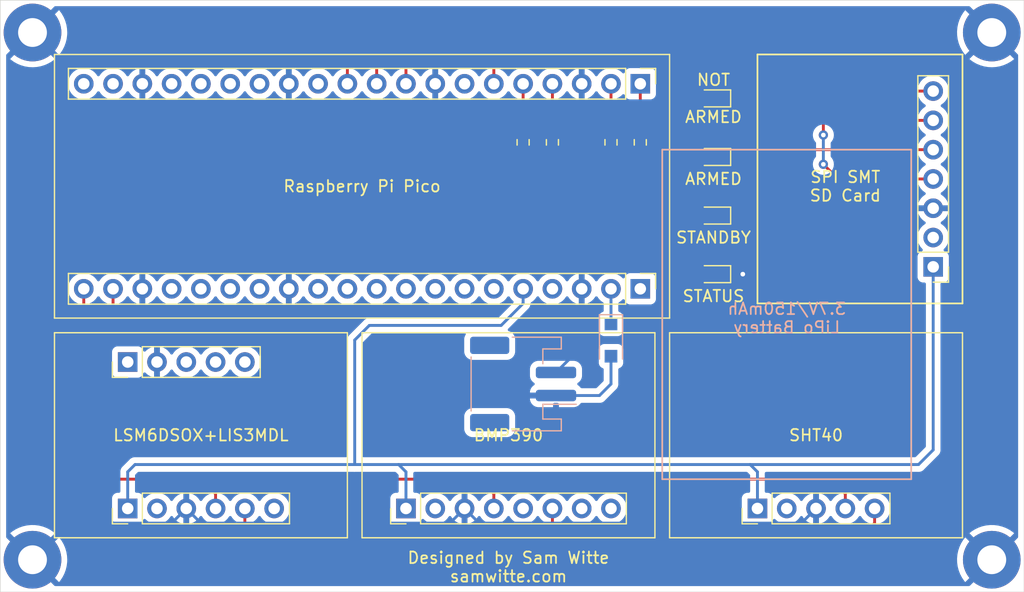
<source format=kicad_pcb>
(kicad_pcb (version 20211014) (generator pcbnew)
  (layers (0 "F.Cu" signal) (31 "B.Cu" signal) (34 "B.Paste" user) (35 "F.Paste" user) (36 "B.SilkS" user "B.Silkscreen") (37 "F.SilkS" user "F.Silkscreen") (38 "B.Mask" user) (39 "F.Mask" user) (44 "Edge.Cuts" user))
  (net 0 "")
  (net 1 "GND")
  (net 2 "SCL")
  (net 3 "SDA")
  (net 4 "GP0")
  (net 5 "GP1")
  (net 6 "GP2")
  (net 7 "GP3")
  (net 16 "VBUS(5V)")
  (net 17 "VSYS(1V8-5V5)")
  (net 18 "GP9")
  (net 19 "3V3")
  (net 20 "GP10")
  (net 21 "GP11")
  (net 22 "GP12")
  (net 23 "GP13")
  (net 24 "GP14")
  (net 25 "GP15")
  (net 26 "Net-(D1-Pad2)")
  (net 27 "Net-(D2-Pad2)")
  (net 28 "Net-(D3-Pad2)")
  (net 29 "Net-(D4-Pad2)")
  (net 34 "SPI_MISO")
  (net 35 "SPI_SCK")
  (net 36 "SPI_MOSI")
  (net 37 "SPI_CS")
  (net 39 "Net-(D5-Pad2)")
  (footprint "Connector_PinHeader_2.54mm:PinHeader_1x05_P2.54mm_Vertical" (layer "F.Cu") (at 153.67 92.71 90)
    (fp_text reference "J1" hide)
    (fp_text value "Conn_01x05" hide)
    (fp_line (start -1.33 -1.33) (end 0 -1.33) (layer "F.SilkS") (width 0.12))
    (fp_line (start -1.33 1.27) (end -1.33 11.49) (layer "F.SilkS") (width 0.12))
    (fp_line (start -1.33 1.27) (end 1.33 1.27) (layer "F.SilkS") (width 0.12))
    (fp_line (start 1.33 1.27) (end 1.33 11.49) (layer "F.SilkS") (width 0.12))
    (fp_line (start -1.33 0) (end -1.33 -1.33) (layer "F.SilkS") (width 0.12))
    (fp_line (start -1.33 11.49) (end 1.33 11.49) (layer "F.SilkS") (width 0.12))
    (pad "1" thru_hole rect locked (at 0 0 90) (size 1.7 1.7) (drill 1) (layers *.Cu *.Mask) (net 19 "3V3"))
    (pad "2" thru_hole oval locked (at 0 2.54 90) (size 1.7 1.7) (drill 1) (layers *.Cu *.Mask))
    (pad "3" thru_hole oval locked (at 0 5.08 90) (size 1.7 1.7) (drill 1) (layers *.Cu *.Mask) (net 1 "GND"))
    (pad "4" thru_hole oval locked (at 0 7.62 90) (size 1.7 1.7) (drill 1) (layers *.Cu *.Mask) (net 2 "SCL"))
    (pad "5" thru_hole oval locked (at 0 10.16 90) (size 1.7 1.7) (drill 1) (layers *.Cu *.Mask) (net 3 "SDA"))
  )
  (footprint "Connector_PinHeader_2.54mm:PinHeader_1x06_P2.54mm_Vertical" (layer "F.Cu") (at 99.06 92.71 90)
    (fp_text reference "J2" hide)
    (fp_text value "Conn_01x06" hide)
    (fp_line (start -1.33 1.27) (end -1.33 14.03) (layer "F.SilkS") (width 0.12))
    (fp_line (start 1.33 1.27) (end 1.33 14.03) (layer "F.SilkS") (width 0.12))
    (fp_line (start -1.33 1.27) (end 1.33 1.27) (layer "F.SilkS") (width 0.12))
    (fp_line (start -1.33 -1.33) (end 0 -1.33) (layer "F.SilkS") (width 0.12))
    (fp_line (start -1.33 14.03) (end 1.33 14.03) (layer "F.SilkS") (width 0.12))
    (fp_line (start -1.33 0) (end -1.33 -1.33) (layer "F.SilkS") (width 0.12))
    (pad "1" thru_hole rect locked (at 0 0 90) (size 1.7 1.7) (drill 1) (layers *.Cu *.Mask) (net 19 "3V3"))
    (pad "2" thru_hole oval locked (at 0 2.54 90) (size 1.7 1.7) (drill 1) (layers *.Cu *.Mask))
    (pad "3" thru_hole oval locked (at 0 5.08 90) (size 1.7 1.7) (drill 1) (layers *.Cu *.Mask) (net 1 "GND"))
    (pad "4" thru_hole oval locked (at 0 7.62 90) (size 1.7 1.7) (drill 1) (layers *.Cu *.Mask) (net 2 "SCL"))
    (pad "5" thru_hole oval locked (at 0 10.16 90) (size 1.7 1.7) (drill 1) (layers *.Cu *.Mask) (net 3 "SDA"))
    (pad "6" thru_hole oval locked (at 0 12.7 90) (size 1.7 1.7) (drill 1) (layers *.Cu *.Mask))
  )
  (footprint "Connector_PinHeader_2.54mm:PinHeader_1x08_P2.54mm_Vertical" (layer "F.Cu") (at 123.19 92.71 90)
    (fp_text reference "J3" hide)
    (fp_text value "Conn_01x08" hide)
    (fp_line (start -1.33 1.27) (end -1.33 19.11) (layer "F.SilkS") (width 0.12))
    (fp_line (start -1.33 0) (end -1.33 -1.33) (layer "F.SilkS") (width 0.12))
    (fp_line (start -1.33 -1.33) (end 0 -1.33) (layer "F.SilkS") (width 0.12))
    (fp_line (start 1.33 1.27) (end 1.33 19.11) (layer "F.SilkS") (width 0.12))
    (fp_line (start -1.33 1.27) (end 1.33 1.27) (layer "F.SilkS") (width 0.12))
    (fp_line (start -1.33 19.11) (end 1.33 19.11) (layer "F.SilkS") (width 0.12))
    (pad "1" thru_hole rect locked (at 0 0 90) (size 1.7 1.7) (drill 1) (layers *.Cu *.Mask) (net 19 "3V3"))
    (pad "2" thru_hole oval locked (at 0 2.54 90) (size 1.7 1.7) (drill 1) (layers *.Cu *.Mask))
    (pad "3" thru_hole oval locked (at 0 5.08 90) (size 1.7 1.7) (drill 1) (layers *.Cu *.Mask) (net 1 "GND"))
    (pad "4" thru_hole oval locked (at 0 7.62 90) (size 1.7 1.7) (drill 1) (layers *.Cu *.Mask) (net 2 "SCL"))
    (pad "5" thru_hole oval locked (at 0 10.16 90) (size 1.7 1.7) (drill 1) (layers *.Cu *.Mask))
    (pad "6" thru_hole oval locked (at 0 12.7 90) (size 1.7 1.7) (drill 1) (layers *.Cu *.Mask) (net 3 "SDA"))
    (pad "7" thru_hole oval locked (at 0 15.24 90) (size 1.7 1.7) (drill 1) (layers *.Cu *.Mask))
    (pad "8" thru_hole oval locked (at 0 17.78 90) (size 1.7 1.7) (drill 1) (layers *.Cu *.Mask))
  )
  (footprint "Connector_PinHeader_2.54mm:PinHeader_1x20_P2.54mm_Vertical" (layer "F.Cu") (at 143.51 55.88 -90)
    (fp_text reference "J4" hide)
    (fp_text value "Conn_01x20" hide)
    (fp_line (start 1.33 1.27) (end 1.33 49.59) (layer "F.SilkS") (width 0.12))
    (fp_line (start -1.33 49.59) (end 1.33 49.59) (layer "F.SilkS") (width 0.12))
    (fp_line (start -1.33 1.27) (end -1.33 49.59) (layer "F.SilkS") (width 0.12))
    (fp_line (start -1.33 0) (end -1.33 -1.33) (layer "F.SilkS") (width 0.12))
    (fp_line (start -1.33 -1.33) (end 0 -1.33) (layer "F.SilkS") (width 0.12))
    (fp_line (start -1.33 1.27) (end 1.33 1.27) (layer "F.SilkS") (width 0.12))
    (pad "1" thru_hole rect locked (at 0 0 270) (size 1.7 1.7) (drill 1) (layers *.Cu *.Mask) (net 4 "GP0"))
    (pad "2" thru_hole oval locked (at 0 2.54 270) (size 1.7 1.7) (drill 1) (layers *.Cu *.Mask) (net 5 "GP1"))
    (pad "3" thru_hole oval locked (at 0 5.08 270) (size 1.7 1.7) (drill 1) (layers *.Cu *.Mask) (net 1 "GND"))
    (pad "4" thru_hole oval locked (at 0 7.62 270) (size 1.7 1.7) (drill 1) (layers *.Cu *.Mask) (net 6 "GP2"))
    (pad "5" thru_hole oval locked (at 0 10.16 270) (size 1.7 1.7) (drill 1) (layers *.Cu *.Mask) (net 7 "GP3"))
    (pad "6" thru_hole oval locked (at 0 12.7 270) (size 1.7 1.7) (drill 1) (layers *.Cu *.Mask) (net 34 "SPI_MISO"))
    (pad "7" thru_hole oval locked (at 0 15.24 270) (size 1.7 1.7) (drill 1) (layers *.Cu *.Mask))
    (pad "8" thru_hole oval locked (at 0 17.78 270) (size 1.7 1.7) (drill 1) (layers *.Cu *.Mask) (net 1 "GND"))
    (pad "9" thru_hole oval locked (at 0 20.32 270) (size 1.7 1.7) (drill 1) (layers *.Cu *.Mask) (net 35 "SPI_SCK"))
    (pad "10" thru_hole oval locked (at 0 22.86 270) (size 1.7 1.7) (drill 1) (layers *.Cu *.Mask) (net 36 "SPI_MOSI"))
    (pad "11" thru_hole oval locked (at 0 25.4 270) (size 1.7 1.7) (drill 1) (layers *.Cu *.Mask) (net 37 "SPI_CS"))
    (pad "12" thru_hole oval locked (at 0 27.94 270) (size 1.7 1.7) (drill 1) (layers *.Cu *.Mask) (net 18 "GP9"))
    (pad "13" thru_hole oval locked (at 0 30.48 270) (size 1.7 1.7) (drill 1) (layers *.Cu *.Mask) (net 1 "GND"))
    (pad "14" thru_hole oval locked (at 0 33.02 270) (size 1.7 1.7) (drill 1) (layers *.Cu *.Mask) (net 20 "GP10"))
    (pad "15" thru_hole oval locked (at 0 35.56 270) (size 1.7 1.7) (drill 1) (layers *.Cu *.Mask) (net 21 "GP11"))
    (pad "16" thru_hole oval locked (at 0 38.1 270) (size 1.7 1.7) (drill 1) (layers *.Cu *.Mask) (net 22 "GP12"))
    (pad "17" thru_hole oval locked (at 0 40.64 270) (size 1.7 1.7) (drill 1) (layers *.Cu *.Mask) (net 23 "GP13"))
    (pad "18" thru_hole oval locked (at 0 43.18 270) (size 1.7 1.7) (drill 1) (layers *.Cu *.Mask) (net 1 "GND"))
    (pad "19" thru_hole oval locked (at 0 45.72 270) (size 1.7 1.7) (drill 1) (layers *.Cu *.Mask) (net 24 "GP14"))
    (pad "20" thru_hole oval locked (at 0 48.26 270) (size 1.7 1.7) (drill 1) (layers *.Cu *.Mask) (net 25 "GP15"))
  )
  (footprint "Resistor_SMD:R_0603_1608Metric" (layer "F.Cu") (at 135.89 60.96 -90)
    (fp_text reference "R3" hide)
    (fp_text value "294" hide)
    (fp_line (start -0.237258 -0.5225) (end 0.237258 -0.5225) (layer "F.SilkS") (width 0.12))
    (fp_line (start -0.237258 0.5225) (end 0.237258 0.5225) (layer "F.SilkS") (width 0.12))
    (pad "1" smd roundrect locked (at -0.825 0 270) (size 0.8 0.95) (layers "F.Cu" "F.Paste" "F.Mask") (net 6 "GP2"))
    (pad "2" smd roundrect locked (at 0.825 0 270) (size 0.8 0.95) (layers "F.Cu" "F.Paste" "F.Mask") (net 28 "Net-(D3-Pad2)"))
  )
  (footprint "Resistor_SMD:R_0603_1608Metric" (layer "F.Cu") (at 140.97 60.96 -90)
    (fp_text reference "R2" hide)
    (fp_text value "309" hide)
    (fp_line (start -0.237258 0.5225) (end 0.237258 0.5225) (layer "F.SilkS") (width 0.12))
    (fp_line (start -0.237258 -0.5225) (end 0.237258 -0.5225) (layer "F.SilkS") (width 0.12))
    (pad "1" smd roundrect locked (at -0.825 0 270) (size 0.8 0.95) (layers "F.Cu" "F.Paste" "F.Mask") (net 5 "GP1"))
    (pad "2" smd roundrect locked (at 0.825 0 270) (size 0.8 0.95) (layers "F.Cu" "F.Paste" "F.Mask") (net 27 "Net-(D2-Pad2)"))
  )
  (footprint "Resistor_SMD:R_0603_1608Metric" (layer "F.Cu") (at 143.51 60.96 -90)
    (fp_text reference "R1" hide)
    (fp_text value "270" hide)
    (fp_line (start -0.237258 0.5225) (end 0.237258 0.5225) (layer "F.SilkS") (width 0.12))
    (fp_line (start -0.237258 -0.5225) (end 0.237258 -0.5225) (layer "F.SilkS") (width 0.12))
    (pad "1" smd roundrect locked (at -0.825 0 270) (size 0.8 0.95) (layers "F.Cu" "F.Paste" "F.Mask") (net 4 "GP0"))
    (pad "2" smd roundrect locked (at 0.825 0 270) (size 0.8 0.95) (layers "F.Cu" "F.Paste" "F.Mask") (net 26 "Net-(D1-Pad2)"))
  )
  (footprint "LED_SMD:LED_0603_1608Metric" (layer "F.Cu") (at 149.86 62.23 180)
    (fp_text reference "D2" hide)
    (fp_text value "LED" hide)
    (fp_line (start -1.485 0.735) (end 0.8 0.735) (layer "F.SilkS") (width 0.12))
    (fp_line (start 0.8 -0.735) (end -1.485 -0.735) (layer "F.SilkS") (width 0.12))
    (fp_line (start -1.485 -0.735) (end -1.485 0.735) (layer "F.SilkS") (width 0.12))
    (pad "1" smd roundrect locked (at -0.7875 0 180) (size 0.875 0.95) (layers "F.Cu" "F.Paste" "F.Mask") (net 1 "GND"))
    (pad "2" smd roundrect locked (at 0.7875 0 180) (size 0.875 0.95) (layers "F.Cu" "F.Paste" "F.Mask") (net 27 "Net-(D2-Pad2)"))
  )
  (footprint "LED_SMD:LED_0603_1608Metric" (layer "F.Cu") (at 149.86 67.31 180)
    (fp_text reference "D3" hide)
    (fp_text value "LED" hide)
    (fp_line (start -1.485 0.735) (end 0.8 0.735) (layer "F.SilkS") (width 0.12))
    (fp_line (start -1.485 -0.735) (end -1.485 0.735) (layer "F.SilkS") (width 0.12))
    (fp_line (start 0.8 -0.735) (end -1.485 -0.735) (layer "F.SilkS") (width 0.12))
    (pad "1" smd roundrect locked (at -0.7875 0 180) (size 0.875 0.95) (layers "F.Cu" "F.Paste" "F.Mask") (net 1 "GND"))
    (pad "2" smd roundrect locked (at 0.7875 0 180) (size 0.875 0.95) (layers "F.Cu" "F.Paste" "F.Mask") (net 28 "Net-(D3-Pad2)"))
  )
  (footprint "Connector_PinHeader_2.54mm:PinHeader_1x05_P2.54mm_Vertical" (layer "F.Cu") (at 99.06 80.01 90)
    (fp_text reference "J6" hide)
    (fp_text value "Conn_01x05" hide)
    (fp_line (start -1.33 -1.33) (end 0 -1.33) (layer "F.SilkS") (width 0.12))
    (fp_line (start -1.33 1.27) (end -1.33 11.49) (layer "F.SilkS") (width 0.12))
    (fp_line (start -1.33 0) (end -1.33 -1.33) (layer "F.SilkS") (width 0.12))
    (fp_line (start -1.33 11.49) (end 1.33 11.49) (layer "F.SilkS") (width 0.12))
    (fp_line (start -1.33 1.27) (end 1.33 1.27) (layer "F.SilkS") (width 0.12))
    (fp_line (start 1.33 1.27) (end 1.33 11.49) (layer "F.SilkS") (width 0.12))
    (pad "1" thru_hole rect locked (at 0 0 90) (size 1.7 1.7) (drill 1) (layers *.Cu *.Mask))
    (pad "2" thru_hole oval locked (at 0 2.54 90) (size 1.7 1.7) (drill 1) (layers *.Cu *.Mask) (net 1 "GND"))
    (pad "3" thru_hole oval locked (at 0 5.08 90) (size 1.7 1.7) (drill 1) (layers *.Cu *.Mask))
    (pad "4" thru_hole oval locked (at 0 7.62 90) (size 1.7 1.7) (drill 1) (layers *.Cu *.Mask))
    (pad "5" thru_hole oval locked (at 0 10.16 90) (size 1.7 1.7) (drill 1) (layers *.Cu *.Mask))
  )
  (footprint "LED_SMD:LED_0603_1608Metric" (layer "F.Cu") (at 149.86 72.39 180)
    (fp_text reference "D4" hide)
    (fp_text value "LED" hide)
    (fp_line (start -1.485 -0.735) (end -1.485 0.735) (layer "F.SilkS") (width 0.12))
    (fp_line (start -1.485 0.735) (end 0.8 0.735) (layer "F.SilkS") (width 0.12))
    (fp_line (start 0.8 -0.735) (end -1.485 -0.735) (layer "F.SilkS") (width 0.12))
    (pad "1" smd roundrect locked (at -0.7875 0 180) (size 0.875 0.95) (layers "F.Cu" "F.Paste" "F.Mask") (net 1 "GND"))
    (pad "2" smd roundrect locked (at 0.7875 0 180) (size 0.875 0.95) (layers "F.Cu" "F.Paste" "F.Mask") (net 29 "Net-(D4-Pad2)"))
  )
  (footprint "Resistor_SMD:R_0603_1608Metric" (layer "F.Cu") (at 133.35 60.96 -90)
    (fp_text reference "R4" hide)
    (fp_text value "100" hide)
    (fp_line (start -0.237258 0.5225) (end 0.237258 0.5225) (layer "F.SilkS") (width 0.12))
    (fp_line (start -0.237258 -0.5225) (end 0.237258 -0.5225) (layer "F.SilkS") (width 0.12))
    (pad "1" smd roundrect locked (at -0.825 0 270) (size 0.8 0.95) (layers "F.Cu" "F.Paste" "F.Mask") (net 7 "GP3"))
    (pad "2" smd roundrect locked (at 0.825 0 270) (size 0.8 0.95) (layers "F.Cu" "F.Paste" "F.Mask") (net 29 "Net-(D4-Pad2)"))
  )
  (footprint "LED_SMD:LED_0603_1608Metric" (layer "F.Cu") (at 149.86 57.15 180)
    (fp_text reference "D1" hide)
    (fp_text value "LED" hide)
    (fp_line (start 0.8 -0.735) (end -1.485 -0.735) (layer "F.SilkS") (width 0.12))
    (fp_line (start -1.485 0.735) (end 0.8 0.735) (layer "F.SilkS") (width 0.12))
    (fp_line (start -1.485 -0.735) (end -1.485 0.735) (layer "F.SilkS") (width 0.12))
    (pad "1" smd roundrect locked (at -0.7875 0 180) (size 0.875 0.95) (layers "F.Cu" "F.Paste" "F.Mask") (net 1 "GND"))
    (pad "2" smd roundrect locked (at 0.7875 0 180) (size 0.875 0.95) (layers "F.Cu" "F.Paste" "F.Mask") (net 26 "Net-(D1-Pad2)"))
  )
  (footprint "MountingHole:MountingHole_2.5mm_Pad" (layer "F.Cu") (at 90.805 97.155)
    (fp_text reference "H2" hide)
    (fp_text value "MountingHole_Pad" hide)
    (pad "1" thru_hole circle locked (at 0 0) (size 5 5) (drill 2.5) (layers *.Cu *.Mask) (net 1 "GND"))
  )
  (footprint "MountingHole:MountingHole_2.5mm_Pad" (layer "F.Cu") (at 173.99 51.435)
    (fp_text reference "H4" hide)
    (fp_text value "MountingHole_Pad" hide)
    (pad "1" thru_hole circle locked (at 0 0) (size 5 5) (drill 2.5) (layers *.Cu *.Mask) (net 1 "GND"))
  )
  (footprint "MountingHole:MountingHole_2.5mm_Pad" (layer "F.Cu") (at 90.805 51.435)
    (fp_text reference "H3" hide)
    (fp_text value "MountingHole_Pad" hide)
    (pad "1" thru_hole circle locked (at 0 0) (size 5 5) (drill 2.5) (layers *.Cu *.Mask) (net 1 "GND"))
  )
  (footprint "MountingHole:MountingHole_2.5mm_Pad" (layer "F.Cu") (at 173.99 97.155)
    (fp_text reference "H1" hide)
    (fp_text value "MountingHole_Pad" hide)
    (pad "1" thru_hole circle locked (at 0 0) (size 5 5) (drill 2.5) (layers *.Cu *.Mask) (net 1 "GND"))
  )
  (footprint "Connector_PinHeader_2.54mm:PinHeader_1x07_P2.54mm_Vertical" (layer "F.Cu") (at 168.91 71.755 180)
    (fp_text reference "J7" hide)
    (fp_text value "Conn_01x07")
    (fp_line (start -1.33 -1.33) (end 0 -1.33) (layer "F.SilkS") (width 0.12))
    (fp_line (start -1.33 16.57) (end 1.33 16.57) (layer "F.SilkS") (width 0.12))
    (fp_line (start 1.33 1.27) (end 1.33 16.57) (layer "F.SilkS") (width 0.12))
    (fp_line (start -1.33 0) (end -1.33 -1.33) (layer "F.SilkS") (width 0.12))
    (fp_line (start -1.33 1.27) (end 1.33 1.27) (layer "F.SilkS") (width 0.12))
    (fp_line (start -1.33 1.27) (end -1.33 16.57) (layer "F.SilkS") (width 0.12))
    (pad "1" thru_hole rect locked (at 0 0 180) (size 1.7 1.7) (drill 1) (layers *.Cu *.Mask) (net 19 "3V3"))
    (pad "2" thru_hole oval locked (at 0 2.54 180) (size 1.7 1.7) (drill 1) (layers *.Cu *.Mask))
    (pad "3" thru_hole oval locked (at 0 5.08 180) (size 1.7 1.7) (drill 1) (layers *.Cu *.Mask) (net 1 "GND"))
    (pad "4" thru_hole oval locked (at 0 7.62 180) (size 1.7 1.7) (drill 1) (layers *.Cu *.Mask) (net 35 "SPI_SCK"))
    (pad "5" thru_hole oval locked (at 0 10.16 180) (size 1.7 1.7) (drill 1) (layers *.Cu *.Mask) (net 34 "SPI_MISO"))
    (pad "6" thru_hole oval locked (at 0 12.7 180) (size 1.7 1.7) (drill 1) (layers *.Cu *.Mask) (net 36 "SPI_MOSI"))
    (pad "7" thru_hole oval locked (at 0 15.24 180) (size 1.7 1.7) (drill 1) (layers *.Cu *.Mask) (net 37 "SPI_CS"))
  )
  (footprint "Library:PinHeader_1x20_v2_P2.54mm_Vertical" (layer "F.Cu") (at 143.51 73.66 -90)
    (fp_text reference "J9" hide)
    (fp_text value "Conn_01x20_v2")
    (fp_line (start -1.33 49.59) (end 1.33 49.59) (layer "F.SilkS") (width 0.12))
    (fp_line (start -1.33 -1.33) (end 0 -1.33) (layer "F.SilkS") (width 0.12))
    (fp_line (start 1.33 1.27) (end 1.33 49.59) (layer "F.SilkS") (width 0.12))
    (fp_line (start -1.33 0) (end -1.33 -1.33) (layer "F.SilkS") (width 0.12))
    (fp_line (start -1.33 1.27) (end -1.33 49.59) (layer "F.SilkS") (width 0.12))
    (fp_line (start -1.33 1.27) (end 1.33 1.27) (layer "F.SilkS") (width 0.12))
    (pad "21" thru_hole oval (at 0 48.26 270) (size 1.7 1.7) (drill 1) (layers *.Cu *.Mask) (net 3 "SDA"))
    (pad "22" thru_hole oval (at 0 45.72 270) (size 1.7 1.7) (drill 1) (layers *.Cu *.Mask) (net 2 "SCL"))
    (pad "23" thru_hole oval (at 0 43.18 270) (size 1.7 1.7) (drill 1) (layers *.Cu *.Mask) (net 1 "GND"))
    (pad "24" thru_hole oval (at 0 40.64 270) (size 1.7 1.7) (drill 1) (layers *.Cu *.Mask))
    (pad "25" thru_hole oval (at 0 38.1 270) (size 1.7 1.7) (drill 1) (layers *.Cu *.Mask))
    (pad "26" thru_hole oval (at 0 35.56 270) (size 1.7 1.7) (drill 1) (layers *.Cu *.Mask))
    (pad "27" thru_hole oval (at 0 33.02 270) (size 1.7 1.7) (drill 1) (layers *.Cu *.Mask))
    (pad "28" thru_hole oval (at 0 30.48 270) (size 1.7 1.7) (drill 1) (layers *.Cu *.Mask) (net 1 "GND"))
    (pad "29" thru_hole oval (at 0 27.94 270) (size 1.7 1.7) (drill 1) (layers *.Cu *.Mask))
    (pad "30" thru_hole oval (at 0 25.4 270) (size 1.7 1.7) (drill 1) (layers *.Cu *.Mask))
    (pad "31" thru_hole oval (at 0 22.86 270) (size 1.7 1.7) (drill 1) (layers *.Cu *.Mask))
    (pad "32" thru_hole oval (at 0 20.32 270) (size 1.7 1.7) (drill 1) (layers *.Cu *.Mask))
    (pad "33" thru_hole oval (at 0 17.78 270) (size 1.7 1.7) (drill 1) (layers *.Cu *.Mask))
    (pad "34" thru_hole oval (at 0 15.24 270) (size 1.7 1.7) (drill 1) (layers *.Cu *.Mask))
    (pad "35" thru_hole oval (at 0 12.7 270) (size 1.7 1.7) (drill 1) (layers *.Cu *.Mask))
    (pad "36" thru_hole oval (at 0 10.16 270) (size 1.7 1.7) (drill 1) (layers *.Cu *.Mask) (net 19 "3V3"))
    (pad "37" thru_hole oval (at 0 7.62 270) (size 1.7 1.7) (drill 1) (layers *.Cu *.Mask))
    (pad "38" thru_hole oval (at 0 5.08 270) (size 1.7 1.7) (drill 1) (layers *.Cu *.Mask) (net 1 "GND"))
    (pad "39" thru_hole oval (at 0 2.54 270) (size 1.7 1.7) (drill 1) (layers *.Cu *.Mask) (net 17 "VSYS(1V8-5V5)"))
    (pad "40" thru_hole rect (at 0 0 270) (size 1.7 1.7) (drill 1) (layers *.Cu *.Mask) (net 16 "VBUS(5V)"))
  )
  (footprint "Diode_SMD:D_SOD-123F" (layer "B.Cu") (at 140.97 78.105 -90)
    (fp_text reference "D5" hide)
    (fp_text value "D")
    (fp_line (start -2.2 1) (end -2.2 -1) (layer "B.SilkS") (width 0.12))
    (fp_line (start -2.2 1) (end 1.65 1) (layer "B.SilkS") (width 0.12))
    (fp_line (start -2.2 -1) (end 1.65 -1) (layer "B.SilkS") (width 0.12))
    (pad "1" smd rect locked (at -1.4 0 270) (size 1.1 1.1) (layers "B.Cu" "B.Paste" "B.Mask") (net 17 "VSYS(1V8-5V5)"))
    (pad "2" smd rect locked (at 1.4 0 270) (size 1.1 1.1) (layers "B.Cu" "B.Paste" "B.Mask") (net 39 "Net-(D5-Pad2)"))
  )
  (footprint "Connector_JST:JST_PH_S2B-PH-SM4-TB_1x02-1MP_P2.00mm_Horizontal" (layer "B.Cu") (at 133.35 81.915 90)
    (fp_text reference "J8" hide)
    (fp_text value "Conn_01x02")
    (fp_line (start 3.04 3.31) (end 3.04 1.71) (layer "B.SilkS") (width 0.12))
    (fp_line (start 3.04 1.71) (end 1.76 1.71) (layer "B.SilkS") (width 0.12))
    (fp_line (start 4.06 3.31) (end 3.04 3.31) (layer "B.SilkS") (width 0.12))
    (fp_line (start -2.34 -4.51) (end 2.34 -4.51) (layer "B.SilkS") (width 0.12))
    (fp_line (start -4.06 -0.94) (end -4.06 3.31) (layer "B.SilkS") (width 0.12))
    (fp_line (start -3.04 1.71) (end -1.76 1.71) (layer "B.SilkS") (width 0.12))
    (fp_line (start -1.76 1.71) (end -1.76 4.6) (layer "B.SilkS") (width 0.12))
    (fp_line (start 4.06 -0.94) (end 4.06 3.31) (layer "B.SilkS") (width 0.12))
    (fp_line (start -3.04 3.31) (end -3.04 1.71) (layer "B.SilkS") (width 0.12))
    (fp_line (start -4.06 3.31) (end -3.04 3.31) (layer "B.SilkS") (width 0.12))
    (pad "1" smd roundrect locked (at -1 2.85 90) (size 1 3.5) (layers "B.Cu" "B.Paste" "B.Mask") (net 1 "GND"))
    (pad "2" smd roundrect locked (at 1 2.85 90) (size 1 3.5) (layers "B.Cu" "B.Paste" "B.Mask") (net 39 "Net-(D5-Pad2)"))
    (pad "MP" smd roundrect locked (at 3.35 -2.9 90) (size 1.5 3.4) (layers "B.Cu" "B.Paste" "B.Mask") (roundrect_rratio 0.1666666667))
    (pad "MP" smd roundrect locked (at -3.35 -2.9 90) (size 1.5 3.4) (layers "B.Cu" "B.Paste" "B.Mask") (roundrect_rratio 0.1666666667))
  )
  (gr_line (start 145.415 61.595) (end 145.415 90.17) (layer "B.SilkS") (width 0.15))
  (gr_line (start 167.005 90.17) (end 167.005 61.595) (layer "B.SilkS") (width 0.15))
  (gr_line (start 145.415 90.17) (end 167.005 90.17) (layer "B.SilkS") (width 0.15))
  (gr_line (start 167.005 61.595) (end 145.415 61.595) (layer "B.SilkS") (width 0.15))
  (gr_line (start 146.05 95.25) (end 146.05 77.47) (layer "F.SilkS") (width 0.12))
  (gr_line (start 144.78 95.25) (end 144.78 77.47) (layer "F.SilkS") (width 0.12))
  (gr_line (start 118.11 95.25) (end 118.11 77.47) (layer "F.SilkS") (width 0.12))
  (gr_line (start 146.05 76.2) (end 92.71 76.2) (layer "F.SilkS") (width 0.12))
  (gr_line (start 171.45 53.34) (end 171.45 74.93) (layer "F.SilkS") (width 0.15))
  (gr_line (start 171.45 77.47) (end 171.45 95.25) (layer "F.SilkS") (width 0.12))
  (gr_line (start 92.71 76.2) (end 92.71 53.34) (layer "F.SilkS") (width 0.12))
  (gr_line (start 171.45 74.93) (end 153.67 74.93) (layer "F.SilkS") (width 0.15))
  (gr_line (start 146.05 53.34) (end 146.05 76.2) (layer "F.SilkS") (width 0.12))
  (gr_line (start 119.38 95.25) (end 144.78 95.25) (layer "F.SilkS") (width 0.12))
  (gr_line (start 144.78 77.47) (end 119.38 77.47) (layer "F.SilkS") (width 0.12))
  (gr_line (start 92.71 53.34) (end 146.05 53.34) (layer "F.SilkS") (width 0.12))
  (gr_line (start 118.11 77.47) (end 92.71 77.47) (layer "F.SilkS") (width 0.12))
  (gr_line (start 171.45 95.25) (end 146.05 95.25) (layer "F.SilkS") (width 0.12))
  (gr_line (start 153.67 74.93) (end 153.67 53.34) (layer "F.SilkS") (width 0.15))
  (gr_line (start 92.71 77.47) (end 92.71 95.25) (layer "F.SilkS") (width 0.12))
  (gr_line (start 119.38 77.47) (end 119.38 95.25) (layer "F.SilkS") (width 0.12))
  (gr_line (start 153.67 53.34) (end 171.45 53.34) (layer "F.SilkS") (width 0.15))
  (gr_line (start 146.05 77.47) (end 171.45 77.47) (layer "F.SilkS") (width 0.12))
  (gr_line (start 92.71 95.25) (end 118.11 95.25) (layer "F.SilkS") (width 0.12))
  (gr_line (start 88.011 48.641) (end 88.011 99.949) (layer "Edge.Cuts") (width 0.05))
  (gr_line (start 176.784 99.949) (end 176.784 48.641) (layer "Edge.Cuts") (width 0.05))
  (gr_line (start 176.784 48.641) (end 88.011 48.641) (layer "Edge.Cuts") (width 0.05))
  (gr_line (start 88.011 99.949) (end 176.784 99.949) (layer "Edge.Cuts") (width 0.05))
  (gr_text "3.7V/150mAh\nLiPo Battery" (at 156.21 76.2) (layer "B.SilkS") (effects (font (size 1 1)) (justify mirror)))
  (gr_text "SPI SMT\nSD Card" (at 161.29 64.77) (layer "F.SilkS") (effects (font (size 1 1))))
  (gr_text "ARMED" (at 149.86 64.135) (layer "F.SilkS") (effects (font (size 1 1))))
  (gr_text "STANDBY" (at 149.86 69.215) (layer "F.SilkS") (effects (font (size 1 1))))
  (gr_text "STATUS" (at 149.86 74.295) (layer "F.SilkS") (effects (font (size 1 1))))
  (gr_text "SHT40" (at 158.75 86.36) (layer "F.SilkS") (effects (font (size 1 1))))
  (gr_text "BMP390" (at 132.08 86.36) (layer "F.SilkS") (effects (font (size 1 1))))
  (gr_text "NOT\n\nARMED" (at 149.86 57.15) (layer "F.SilkS") (effects (font (size 1 1))))
  (gr_text "LSM6DSOX+LIS3MDL" (at 105.41 86.36) (layer "F.SilkS") (effects (font (size 1 1))))
  (gr_text "Designed by Sam Witte\nsamwitte.com" (at 132.08 97.79) (layer "F.SilkS") (effects (font (size 1 1))))
  (gr_text "Raspberry Pi Pico" (at 119.38 64.77) (layer "F.SilkS") (effects (font (size 1 1))))
  (segment (start 150.6475 57.15) (end 150.6475 62.23) (width 0.25) (layer "F.Cu") (net 1))
  (segment (start 150.6475 67.31) (end 150.6475 72.39) (width 0.25) (layer "F.Cu") (net 1))
  (segment (start 150.6475 72.39) (end 152.4 72.39) (width 0.25) (layer "F.Cu") (net 1))
  (segment (start 150.6475 67.31) (end 150.6475 62.23) (width 0.25) (layer "F.Cu") (net 1))
  (via (at 152.4 72.39) (size 0.8) (drill 0.4) (layers "F.Cu" "B.Cu") (net 1))
  (segment (start 130.81 63.5) (end 130.81 58.42) (width 0.25) (layer "B.Cu") (net 1))
  (segment (start 100.33 58.42) (end 100.33 71.12) (width 0.25) (layer "B.Cu") (net 1))
  (segment (start 100.33 73.66) (end 100.33 71.12) (width 0.25) (layer "B.Cu") (net 1))
  (segment (start 100.33 82.55) (end 101.6 81.28) (width 0.25) (layer "B.Cu") (net 1))
  (segment (start 96.52 83.82) (end 97.79 82.55) (width 0.25) (layer "B.Cu") (net 1))
  (segment (start 100.33 71.12) (end 138.43 71.12) (width 0.25) (layer "B.Cu") (net 1))
  (segment (start 100.33 76.2) (end 101.6 77.47) (width 0.25) (layer "B.Cu") (net 1))
  (segment (start 101.6 81.28) (end 101.6 80.01) (width 0.25) (layer "B.Cu") (net 1))
  (segment (start 130.81 58.42) (end 100.33 58.42) (width 0.25) (layer "B.Cu") (net 1))
  (segment (start 105.41 93.98) (end 127 93.98) (width 0.25) (layer "B.Cu") (net 1))
  (segment (start 138.43 73.66) (end 138.43 78.685) (width 0.25) (layer "B.Cu") (net 1))
  (segment (start 100.33 73.66) (end 100.33 76.2) (width 0.25) (layer "B.Cu") (net 1))
  (segment (start 100.33 55.88) (end 100.33 58.42) (width 0.25) (layer "B.Cu") (net 1))
  (segment (start 113.03 55.88) (end 113.03 58.42) (width 0.25) (layer "B.Cu") (net 1))
  (segment (start 138.43 58.42) (end 130.81 58.42) (width 0.25) (layer "B.Cu") (net 1))
  (segment (start 157.48 93.98) (end 158.75 92.71) (width 0.25) (layer "B.Cu") (net 1))
  (segment (start 152.4 72.39) (end 153.035 72.39) (width 0.25) (layer "B.Cu") (net 1))
  (segment (start 138.43 55.88) (end 138.43 58.42) (width 0.25) (layer "B.Cu") (net 1))
  (segment (start 104.14 92.71) (end 102.87 93.98) (width 0.25) (layer "B.Cu") (net 1))
  (segment (start 125.73 55.88) (end 125.73 58.42) (width 0.25) (layer "B.Cu") (net 1))
  (segment (start 104.14 92.71) (end 105.41 93.98) (width 0.25) (layer "B.Cu") (net 1))
  (segment (start 129.54 93.98) (end 157.48 93.98) (width 0.25) (layer "B.Cu") (net 1))
  (segment (start 96.52 92.71) (end 96.52 83.82) (width 0.25) (layer "B.Cu") (net 1))
  (segment (start 102.87 93.98) (end 97.79 93.98) (width 0.25) (layer "B.Cu") (net 1))
  (segment (start 113.03 73.66) (end 113.03 71.12) (width 0.25) (layer "B.Cu") (net 1))
  (segment (start 128.27 92.71) (end 129.54 93.98) (width 0.25) (layer "B.Cu") (net 1))
  (segment (start 138.43 78.685) (end 136.2 80.915) (width 0.25) (layer "B.Cu") (net 1))
  (segment (start 127 93.98) (end 128.27 92.71) (width 0.25) (layer "B.Cu") (net 1))
  (segment (start 97.79 82.55) (end 100.33 82.55) (width 0.25) (layer "B.Cu") (net 1))
  (segment (start 97.79 93.98) (end 96.52 92.71) (width 0.25) (layer "B.Cu") (net 1))
  (segment (start 138.43 73.66) (end 138.43 71.12) (width 0.25) (layer "B.Cu") (net 1))
  (segment (start 101.6 77.47) (end 101.6 80.01) (width 0.25) (layer "B.Cu") (net 1))
  (segment (start 97.79 90.17) (end 96.52 88.9) (width 0.25) (layer "F.Cu") (net 2))
  (segment (start 96.52 88.9) (end 96.52 86.36) (width 0.25) (layer "F.Cu") (net 2))
  (segment (start 132.08 90.17) (end 160.02 90.17) (width 0.25) (layer "F.Cu") (net 2))
  (segment (start 97.79 73.66) (end 97.79 76.2) (width 0.25) (layer "F.Cu") (net 2))
  (segment (start 107.95 90.17) (end 129.54 90.17) (width 0.25) (layer "F.Cu") (net 2))
  (segment (start 105.41 90.17) (end 107.95 90.17) (width 0.25) (layer "F.Cu") (net 2))
  (segment (start 105.41 90.17) (end 97.79 90.17) (width 0.25) (layer "F.Cu") (net 2))
  (segment (start 130.81 91.44) (end 129.54 90.17) (width 0.25) (layer "F.Cu") (net 2))
  (segment (start 97.79 76.2) (end 96.52 77.47) (width 0.25) (layer "F.Cu") (net 2))
  (segment (start 161.29 92.71) (end 161.29 91.44) (width 0.25) (layer "F.Cu") (net 2))
  (segment (start 106.68 91.44) (end 105.41 90.17) (width 0.25) (layer "F.Cu") (net 2))
  (segment (start 161.29 91.44) (end 160.02 90.17) (width 0.25) (layer "F.Cu") (net 2))
  (segment (start 106.68 92.71) (end 106.68 91.44) (width 0.25) (layer "F.Cu") (net 2))
  (segment (start 96.52 77.47) (end 96.52 86.36) (width 0.25) (layer "F.Cu") (net 2))
  (segment (start 130.81 92.71) (end 130.81 91.44) (width 0.25) (layer "F.Cu") (net 2))
  (segment (start 129.54 90.17) (end 132.08 90.17) (width 0.25) (layer "F.Cu") (net 2))
  (segment (start 137.16 95.25) (end 134.62 95.25) (width 0.25) (layer "F.Cu") (net 3))
  (segment (start 95.25 93.98) (end 96.52 95.25) (width 0.25) (layer "F.Cu") (net 3))
  (segment (start 107.95 95.25) (end 109.22 93.98) (width 0.25) (layer "F.Cu") (net 3))
  (segment (start 110.49 95.25) (end 107.95 95.25) (width 0.25) (layer "F.Cu") (net 3))
  (segment (start 96.52 95.25) (end 107.95 95.25) (width 0.25) (layer "F.Cu") (net 3))
  (segment (start 95.25 73.66) (end 95.25 93.98) (width 0.25) (layer "F.Cu") (net 3))
  (segment (start 134.62 95.25) (end 127 95.25) (width 0.25) (layer "F.Cu") (net 3))
  (segment (start 109.22 92.71) (end 109.22 93.98) (width 0.25) (layer "F.Cu") (net 3))
  (segment (start 163.83 93.98) (end 163.83 92.71) (width 0.25) (layer "F.Cu") (net 3))
  (segment (start 135.89 93.98) (end 135.89 92.71) (width 0.25) (layer "F.Cu") (net 3))
  (segment (start 134.62 95.25) (end 135.89 93.98) (width 0.25) (layer "F.Cu") (net 3))
  (segment (start 162.56 95.25) (end 163.83 93.98) (width 0.25) (layer "F.Cu") (net 3))
  (segment (start 137.16 95.25) (end 162.56 95.25) (width 0.25) (layer "F.Cu") (net 3))
  (segment (start 110.49 95.25) (end 134.62 95.25) (width 0.25) (layer "F.Cu") (net 3))
  (segment (start 143.51 60.135) (end 143.51 55.88) (width 0.25) (layer "F.Cu") (net 4))
  (segment (start 140.97 60.135) (end 140.97 55.88) (width 0.25) (layer "F.Cu") (net 5))
  (segment (start 135.89 60.135) (end 135.89 55.88) (width 0.25) (layer "F.Cu") (net 6))
  (segment (start 133.35 55.88) (end 133.35 60.135) (width 0.25) (layer "F.Cu") (net 7))
  (segment (start 140.97 73.66) (end 140.97 76.705) (width 0.25) (layer "B.Cu") (net 17))
  (segment (start 123.19 89.535) (end 122.555 88.9) (width 0.25) (layer "B.Cu") (net 19))
  (segment (start 168.91 87.63) (end 167.64 88.9) (width 0.25) (layer "B.Cu") (net 19))
  (segment (start 122.555 88.9) (end 153.035 88.9) (width 0.25) (layer "B.Cu") (net 19))
  (segment (start 167.64 88.9) (end 153.035 88.9) (width 0.25) (layer "B.Cu") (net 19))
  (segment (start 153.67 89.535) (end 153.67 92.71) (width 0.25) (layer "B.Cu") (net 19))
  (segment (start 99.06 89.535) (end 99.695 88.9) (width 0.25) (layer "B.Cu") (net 19))
  (segment (start 168.91 71.755) (end 168.91 87.63) (width 0.25) (layer "B.Cu") (net 19))
  (segment (start 120.015 76.835) (end 118.745 78.105) (width 0.25) (layer "B.Cu") (net 19))
  (segment (start 99.695 88.9) (end 122.555 88.9) (width 0.25) (layer "B.Cu") (net 19))
  (segment (start 131.445 76.835) (end 120.015 76.835) (width 0.25) (layer "B.Cu") (net 19))
  (segment (start 118.745 78.105) (end 118.745 88.9) (width 0.25) (layer "B.Cu") (net 19))
  (segment (start 133.35 73.66) (end 133.35 74.93) (width 0.25) (layer "B.Cu") (net 19))
  (segment (start 99.06 92.71) (end 99.06 89.535) (width 0.25) (layer "B.Cu") (net 19))
  (segment (start 153.035 88.9) (end 153.67 89.535) (width 0.25) (layer "B.Cu") (net 19))
  (segment (start 133.35 74.93) (end 131.445 76.835) (width 0.25) (layer "B.Cu") (net 19))
  (segment (start 123.19 92.71) (end 123.19 89.535) (width 0.25) (layer "B.Cu") (net 19))
  (segment (start 148.59 57.15) (end 147.32 58.42) (width 0.25) (layer "F.Cu") (net 26))
  (segment (start 149.0725 57.15) (end 148.59 57.15) (width 0.25) (layer "F.Cu") (net 26))
  (segment (start 147.32 58.42) (end 147.32 60.96) (width 0.25) (layer "F.Cu") (net 26))
  (segment (start 143.51 61.785) (end 146.495 61.785) (width 0.25) (layer "F.Cu") (net 26))
  (segment (start 146.495 61.785) (end 147.32 60.96) (width 0.25) (layer "F.Cu") (net 26))
  (segment (start 147.32 62.23) (end 146.05 63.5) (width 0.25) (layer "F.Cu") (net 27))
  (segment (start 140.97 62.23) (end 142.24 63.5) (width 0.25) (layer "F.Cu") (net 27))
  (segment (start 146.05 63.5) (end 142.24 63.5) (width 0.25) (layer "F.Cu") (net 27))
  (segment (start 140.97 61.785) (end 140.97 62.23) (width 0.25) (layer "F.Cu") (net 27))
  (segment (start 149.0725 62.23) (end 147.32 62.23) (width 0.25) (layer "F.Cu") (net 27))
  (segment (start 135.89 61.785) (end 135.89 66.04) (width 0.25) (layer "F.Cu") (net 28))
  (segment (start 135.89 66.04) (end 137.16 67.31) (width 0.25) (layer "F.Cu") (net 28))
  (segment (start 137.16 67.31) (end 149.0725 67.31) (width 0.25) (layer "F.Cu") (net 28))
  (segment (start 147.32 69.85) (end 147.32 71.12) (width 0.25) (layer "F.Cu") (net 29))
  (segment (start 148.59 72.39) (end 147.32 71.12) (width 0.25) (layer "F.Cu") (net 29))
  (segment (start 134.62 68.58) (end 146.05 68.58) (width 0.25) (layer "F.Cu") (net 29))
  (segment (start 133.35 67.31) (end 134.62 68.58) (width 0.25) (layer "F.Cu") (net 29))
  (segment (start 133.35 61.785) (end 133.35 67.31) (width 0.25) (layer "F.Cu") (net 29))
  (segment (start 146.05 68.58) (end 147.32 69.85) (width 0.25) (layer "F.Cu") (net 29))
  (segment (start 149.0725 72.39) (end 148.59 72.39) (width 0.25) (layer "F.Cu") (net 29))
  (segment (start 156.21 53.34) (end 155.575 52.705) (width 0.25) (layer "F.Cu") (net 34))
  (segment (start 156.21 60.325) (end 156.21 53.34) (width 0.25) (layer "F.Cu") (net 34))
  (segment (start 157.48 61.595) (end 156.21 60.325) (width 0.25) (layer "F.Cu") (net 34))
  (segment (start 168.91 61.595) (end 157.48 61.595) (width 0.25) (layer "F.Cu") (net 34))
  (segment (start 155.575 52.705) (end 131.445 52.705) (width 0.25) (layer "F.Cu") (net 34))
  (segment (start 130.81 53.34) (end 130.81 55.88) (width 0.25) (layer "F.Cu") (net 34))
  (segment (start 131.445 52.705) (end 130.81 53.34) (width 0.25) (layer "F.Cu") (net 34))
  (segment (start 158.115 52.07) (end 123.825 52.07) (width 0.25) (layer "F.Cu") (net 35))
  (segment (start 159.385 53.34) (end 159.385 60.325) (width 0.25) (layer "F.Cu") (net 35))
  (segment (start 160.655 64.135) (end 159.385 62.865) (width 0.25) (layer "F.Cu") (net 35))
  (segment (start 168.91 64.135) (end 160.655 64.135) (width 0.25) (layer "F.Cu") (net 35))
  (segment (start 123.19 52.705) (end 123.19 55.88) (width 0.25) (layer "F.Cu") (net 35))
  (segment (start 159.385 53.34) (end 158.115 52.07) (width 0.25) (layer "F.Cu") (net 35))
  (segment (start 123.825 52.07) (end 123.19 52.705) (width 0.25) (layer "F.Cu") (net 35))
  (via (at 159.385 60.325) (size 0.8) (drill 0.4) (layers "F.Cu" "B.Cu") (net 35))
  (via (at 159.385 62.865) (size 0.8) (drill 0.4) (layers "F.Cu" "B.Cu") (net 35))
  (segment (start 159.385 62.865) (end 159.385 60.325) (width 0.25) (layer "B.Cu") (net 35))
  (segment (start 121.285 51.435) (end 120.65 52.07) (width 0.25) (layer "F.Cu") (net 36))
  (segment (start 161.29 51.435) (end 162.56 52.705) (width 0.25) (layer "F.Cu") (net 36))
  (segment (start 120.65 52.07) (end 120.65 55.88) (width 0.25) (layer "F.Cu") (net 36))
  (segment (start 162.56 52.705) (end 162.56 57.785) (width 0.25) (layer "F.Cu") (net 36))
  (segment (start 161.29 51.435) (end 121.285 51.435) (width 0.25) (layer "F.Cu") (net 36))
  (segment (start 162.56 57.785) (end 163.83 59.055) (width 0.25) (layer "F.Cu") (net 36))
  (segment (start 163.83 59.055) (end 168.91 59.055) (width 0.25) (layer "F.Cu") (net 36))
  (segment (start 167.005 56.515) (end 165.735 55.245) (width 0.25) (layer "F.Cu") (net 37))
  (segment (start 165.735 55.245) (end 165.735 52.07) (width 0.25) (layer "F.Cu") (net 37))
  (segment (start 164.465 50.8) (end 119.38 50.8) (width 0.25) (layer "F.Cu") (net 37))
  (segment (start 165.735 52.07) (end 164.465 50.8) (width 0.25) (layer "F.Cu") (net 37))
  (segment (start 119.38 50.8) (end 118.11 52.07) (width 0.25) (layer "F.Cu") (net 37))
  (segment (start 168.91 56.515) (end 167.005 56.515) (width 0.25) (layer "F.Cu") (net 37))
  (segment (start 118.11 52.07) (end 118.11 55.88) (width 0.25) (layer "F.Cu") (net 37))
  (segment (start 140.97 81.915) (end 140.97 79.505) (width 0.25) (layer "B.Cu") (net 39))
  (segment (start 139.97 82.915) (end 140.97 81.915) (width 0.25) (layer "B.Cu") (net 39))
  (segment (start 136.2 82.915) (end 139.97 82.915) (width 0.25) (layer "B.Cu") (net 39))
  (zone (net 1) (net_name "GND") (layer "B.Cu") (connect_pads (clearance 0.508)) (min_thickness 0.254) (fill yes (thermal_gap 0.508) (thermal_bridge_width 0.508))
    (polygon (pts (xy 176.53 99.695) (xy 88.265 99.695) (xy 88.265 48.895) (xy 176.53 48.895)))
  )
)
</source>
